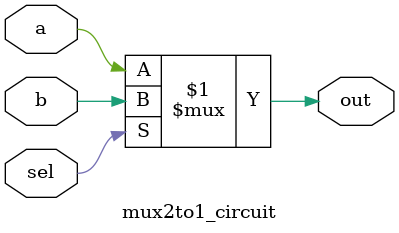
<source format=v>
module mux2to1_circuit( 
   input a, b, sel,
   output out 
); 
	assign out = sel ? b : a;
endmodule 
</source>
